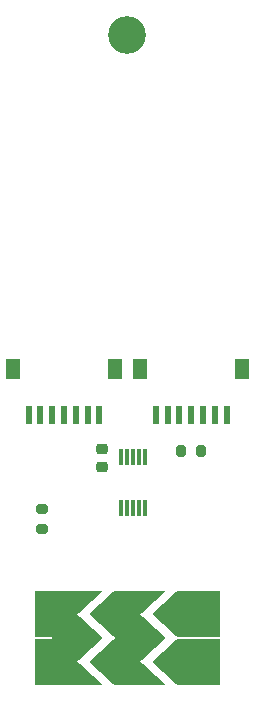
<source format=gbr>
%TF.GenerationSoftware,KiCad,Pcbnew,9.0.0*%
%TF.CreationDate,2025-02-26T19:49:16+08:00*%
%TF.ProjectId,keyboard,6b657962-6f61-4726-942e-6b696361645f,rev?*%
%TF.SameCoordinates,Original*%
%TF.FileFunction,Soldermask,Top*%
%TF.FilePolarity,Negative*%
%FSLAX46Y46*%
G04 Gerber Fmt 4.6, Leading zero omitted, Abs format (unit mm)*
G04 Created by KiCad (PCBNEW 9.0.0) date 2025-02-26 19:49:16*
%MOMM*%
%LPD*%
G01*
G04 APERTURE LIST*
G04 Aperture macros list*
%AMRoundRect*
0 Rectangle with rounded corners*
0 $1 Rounding radius*
0 $2 $3 $4 $5 $6 $7 $8 $9 X,Y pos of 4 corners*
0 Add a 4 corners polygon primitive as box body*
4,1,4,$2,$3,$4,$5,$6,$7,$8,$9,$2,$3,0*
0 Add four circle primitives for the rounded corners*
1,1,$1+$1,$2,$3*
1,1,$1+$1,$4,$5*
1,1,$1+$1,$6,$7*
1,1,$1+$1,$8,$9*
0 Add four rect primitives between the rounded corners*
20,1,$1+$1,$2,$3,$4,$5,0*
20,1,$1+$1,$4,$5,$6,$7,0*
20,1,$1+$1,$6,$7,$8,$9,0*
20,1,$1+$1,$8,$9,$2,$3,0*%
%AMOutline4P*
0 Free polygon, 4 corners , with rotation*
0 The origin of the aperture is its center*
0 number of corners: always 4*
0 $1 to $8 corner X, Y*
0 $9 Rotation angle, in degrees counterclockwise*
0 create outline with 4 corners*
4,1,4,$1,$2,$3,$4,$5,$6,$7,$8,$1,$2,$9*%
G04 Aperture macros list end*
%ADD10RoundRect,0.200000X0.200000X0.275000X-0.200000X0.275000X-0.200000X-0.275000X0.200000X-0.275000X0*%
%ADD11RoundRect,0.200000X0.275000X-0.200000X0.275000X0.200000X-0.275000X0.200000X-0.275000X-0.200000X0*%
%ADD12RoundRect,0.225000X-0.250000X0.225000X-0.250000X-0.225000X0.250000X-0.225000X0.250000X0.225000X0*%
%ADD13O,0.381000X1.371600*%
%ADD14RoundRect,0.050800X0.139700X-0.635000X0.139700X0.635000X-0.139700X0.635000X-0.139700X-0.635000X0*%
%ADD15R,0.600000X1.550000*%
%ADD16R,1.200000X1.800000*%
%ADD17R,3.611111X4.000000*%
%ADD18Outline4P,0.000000X-1.000000X0.000000X-1.000000X2.166666X1.000000X-2.166666X1.000000X0.000000*%
%ADD19Outline4P,-2.166666X-1.000000X2.166666X-1.000000X0.000000X1.000000X0.000000X1.000000X0.000000*%
%ADD20Outline4P,-1.083333X0.000000X1.083333X-2.000000X1.083333X2.000000X-1.083333X0.000000X0.000000*%
%ADD21R,2.166666X4.000000*%
%ADD22R,3.611110X4.000000*%
%ADD23C,3.200000*%
G04 APERTURE END LIST*
D10*
%TO.C,R1*%
X179835000Y-93991750D03*
X181485000Y-93991750D03*
%TD*%
D11*
%TO.C,R2*%
X168010000Y-100533250D03*
X168010000Y-98883250D03*
%TD*%
D12*
%TO.C,C4*%
X173160894Y-93777750D03*
X173160894Y-95327750D03*
%TD*%
D13*
%TO.C,U3*%
X174733332Y-94433750D03*
X175233332Y-94433750D03*
X175733332Y-94433750D03*
X176233332Y-94433750D03*
X176733332Y-94433750D03*
X176733332Y-98751750D03*
X176233332Y-98751750D03*
X175733332Y-98751750D03*
X175233332Y-98751750D03*
D14*
X174733332Y-98751750D03*
%TD*%
D15*
%TO.C,J2*%
X172905000Y-90925000D03*
X171905000Y-90925000D03*
X170905000Y-90925000D03*
X169905000Y-90925000D03*
X168905000Y-90925000D03*
X167905000Y-90925000D03*
X166905000Y-90925000D03*
D16*
X174205000Y-87050000D03*
X165605000Y-87050000D03*
%TD*%
D15*
%TO.C,J3*%
X183685000Y-90925000D03*
X182685000Y-90925000D03*
X181685000Y-90925000D03*
X180685000Y-90925000D03*
X179685000Y-90925000D03*
X178685000Y-90925000D03*
X177685000Y-90925000D03*
D16*
X184985000Y-87050000D03*
X176385000Y-87050000D03*
%TD*%
D17*
%TO.C,U2*%
X169196666Y-107800000D03*
X169196666Y-111800000D03*
D18*
X171002221Y-106800000D03*
D19*
X171002221Y-108800000D03*
D18*
X171002221Y-110800000D03*
D19*
X171002221Y-112800000D03*
D20*
X173085555Y-107800000D03*
X173085555Y-111800000D03*
D21*
X175252221Y-107800000D03*
X175252221Y-111800000D03*
D18*
X176335554Y-106800000D03*
D19*
X176335554Y-108800000D03*
D18*
X176335554Y-110800000D03*
D19*
X176335554Y-112800000D03*
D20*
X178418888Y-107800000D03*
X178418888Y-111800000D03*
D22*
X181307776Y-107800000D03*
X181307776Y-111800000D03*
%TD*%
D23*
%TO.C,H3*%
X175275000Y-58775000D03*
%TD*%
M02*

</source>
